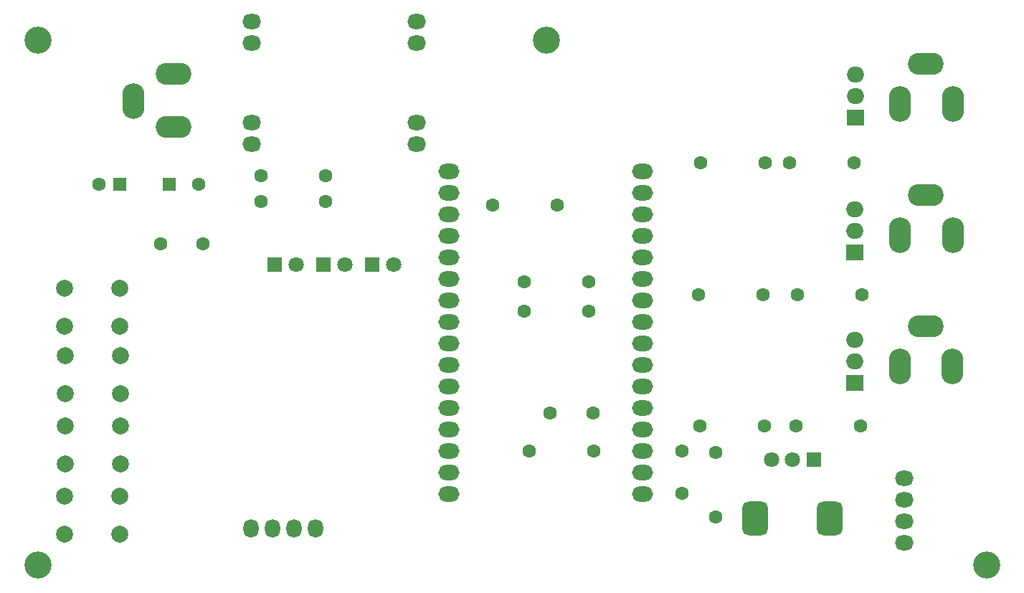
<source format=gbr>
%TF.GenerationSoftware,KiCad,Pcbnew,9.0.6*%
%TF.CreationDate,2026-01-08T10:53:52+01:00*%
%TF.ProjectId,astro-control,61737472-6f2d-4636-9f6e-74726f6c2e6b,rev?*%
%TF.SameCoordinates,Original*%
%TF.FileFunction,Soldermask,Bot*%
%TF.FilePolarity,Negative*%
%FSLAX46Y46*%
G04 Gerber Fmt 4.6, Leading zero omitted, Abs format (unit mm)*
G04 Created by KiCad (PCBNEW 9.0.6) date 2026-01-08 10:53:52*
%MOMM*%
%LPD*%
G01*
G04 APERTURE LIST*
G04 Aperture macros list*
%AMRoundRect*
0 Rectangle with rounded corners*
0 $1 Rounding radius*
0 $2 $3 $4 $5 $6 $7 $8 $9 X,Y pos of 4 corners*
0 Add a 4 corners polygon primitive as box body*
4,1,4,$2,$3,$4,$5,$6,$7,$8,$9,$2,$3,0*
0 Add four circle primitives for the rounded corners*
1,1,$1+$1,$2,$3*
1,1,$1+$1,$4,$5*
1,1,$1+$1,$6,$7*
1,1,$1+$1,$8,$9*
0 Add four rect primitives between the rounded corners*
20,1,$1+$1,$2,$3,$4,$5,0*
20,1,$1+$1,$4,$5,$6,$7,0*
20,1,$1+$1,$6,$7,$8,$9,0*
20,1,$1+$1,$8,$9,$2,$3,0*%
G04 Aperture macros list end*
%ADD10O,2.600000X4.200000*%
%ADD11O,4.200000X2.600000*%
%ADD12C,2.000000*%
%ADD13O,2.200000X1.800000*%
%ADD14O,1.800000X2.200000*%
%ADD15C,3.200000*%
%ADD16R,2.000000X1.905000*%
%ADD17O,2.000000X1.905000*%
%ADD18R,1.800000X1.800000*%
%ADD19C,1.800000*%
%ADD20O,2.500000X1.800000*%
%ADD21C,1.600000*%
%ADD22RoundRect,0.750000X-0.750000X1.250000X-0.750000X-1.250000X0.750000X-1.250000X0.750000X1.250000X0*%
%ADD23RoundRect,0.250000X-0.550000X-0.550000X0.550000X-0.550000X0.550000X0.550000X-0.550000X0.550000X0*%
%ADD24RoundRect,0.250000X0.550000X0.550000X-0.550000X0.550000X-0.550000X-0.550000X0.550000X-0.550000X0*%
G04 APERTURE END LIST*
D10*
%TO.C,J2*%
X187787500Y-92500000D03*
X193987500Y-92500000D03*
D11*
X190787500Y-87800000D03*
%TD*%
D10*
%TO.C,J3*%
X187800000Y-77000000D03*
X194000000Y-77000000D03*
D11*
X190800000Y-72300000D03*
%TD*%
%TO.C,J1*%
X102000000Y-64200000D03*
X102000000Y-58000000D03*
D10*
X97300000Y-61200000D03*
%TD*%
%TO.C,J4*%
X187800000Y-61500000D03*
X194000000Y-61500000D03*
D11*
X190800000Y-56800000D03*
%TD*%
D12*
%TO.C,SW4*%
X89180000Y-83250000D03*
X95680000Y-83250000D03*
X89180000Y-87750000D03*
X95680000Y-87750000D03*
%TD*%
D13*
%TO.C,U3*%
X188270000Y-105690000D03*
X188270000Y-108230000D03*
X188270000Y-110770000D03*
X188270000Y-113310000D03*
%TD*%
D12*
%TO.C,SW3*%
X89250000Y-91250000D03*
X95750000Y-91250000D03*
X89250000Y-95750000D03*
X95750000Y-95750000D03*
%TD*%
D14*
%TO.C,U4*%
X111190000Y-111630000D03*
X113730000Y-111630000D03*
X116270000Y-111630000D03*
X118810000Y-111630000D03*
%TD*%
D15*
%TO.C,REF\u002A\u002A*%
X146000000Y-54000000D03*
%TD*%
D16*
%TO.C,Q2*%
X182462500Y-79010000D03*
D17*
X182462500Y-76470000D03*
X182462500Y-73930000D03*
%TD*%
D18*
%TO.C,D3*%
X113960000Y-80500000D03*
D19*
X116500000Y-80500000D03*
%TD*%
D15*
%TO.C,REF\u002A\u002A*%
X86000000Y-54000000D03*
%TD*%
D20*
%TO.C,U2*%
X157360000Y-107600000D03*
X157360000Y-105060000D03*
X157360000Y-102520000D03*
X157360000Y-99980000D03*
X157360000Y-97440000D03*
X157360000Y-94900000D03*
X157360000Y-92360000D03*
X157360000Y-89820000D03*
X157360000Y-87280000D03*
X157360000Y-84740000D03*
X157360000Y-82200000D03*
X157360000Y-79660000D03*
X157360000Y-77120000D03*
X157360000Y-74580000D03*
X157360000Y-72040000D03*
X157360000Y-69500000D03*
X134500000Y-107600000D03*
X134500000Y-105060000D03*
X134500000Y-102520000D03*
X134500000Y-99980000D03*
X134500000Y-97440000D03*
X134500000Y-94900000D03*
X134500000Y-92360000D03*
X134500000Y-89820000D03*
X134500000Y-87280000D03*
X134500000Y-84740000D03*
X134500000Y-82200000D03*
X134500000Y-79660000D03*
X134500000Y-77120000D03*
X134500000Y-74580000D03*
X134500000Y-72040000D03*
X134500000Y-69500000D03*
%TD*%
D18*
%TO.C,D1*%
X125460000Y-80500000D03*
D19*
X128000000Y-80500000D03*
%TD*%
D13*
%TO.C,U1*%
X130730000Y-51770000D03*
X130730000Y-54310000D03*
X130730000Y-66230000D03*
X130730000Y-63690000D03*
X111270000Y-51770000D03*
X111270000Y-54310000D03*
X111270000Y-66230000D03*
X111270000Y-63690000D03*
%TD*%
D21*
%TO.C,C5*%
X162000000Y-107500000D03*
X162000000Y-102500000D03*
%TD*%
%TO.C,C4*%
X146500000Y-98000000D03*
X151500000Y-98000000D03*
%TD*%
%TO.C,R4*%
X166000000Y-102690000D03*
X166000000Y-110310000D03*
%TD*%
%TO.C,R13*%
X183272500Y-84010000D03*
X175652500Y-84010000D03*
%TD*%
%TO.C,C3*%
X100500000Y-78000000D03*
X105500000Y-78000000D03*
%TD*%
D12*
%TO.C,SW1*%
X89180000Y-107850000D03*
X95680000Y-107850000D03*
X89180000Y-112350000D03*
X95680000Y-112350000D03*
%TD*%
D18*
%TO.C,RV1*%
X177600000Y-103500000D03*
D19*
X175100000Y-103500000D03*
X172600000Y-103500000D03*
D22*
X179500000Y-110500000D03*
X170700000Y-110500000D03*
%TD*%
D21*
%TO.C,R22*%
X151000000Y-82500000D03*
X143380000Y-82500000D03*
%TD*%
D16*
%TO.C,Q1*%
X182450000Y-94460000D03*
D17*
X182450000Y-91920000D03*
X182450000Y-89380000D03*
%TD*%
D21*
%TO.C,R18*%
X182322500Y-68500000D03*
X174702500Y-68500000D03*
%TD*%
%TO.C,R2*%
X120000000Y-70000000D03*
X112380000Y-70000000D03*
%TD*%
D15*
%TO.C,REF\u002A\u002A*%
X86000000Y-116000000D03*
%TD*%
D16*
%TO.C,Q3*%
X182512500Y-63100000D03*
D17*
X182512500Y-60560000D03*
X182512500Y-58020000D03*
%TD*%
D15*
%TO.C,REF\u002A\u002A*%
X198000000Y-116000000D03*
%TD*%
D21*
%TO.C,R14*%
X171632500Y-84010000D03*
X164012500Y-84010000D03*
%TD*%
%TO.C,R3*%
X144000000Y-102500000D03*
X151620000Y-102500000D03*
%TD*%
%TO.C,R20*%
X147310000Y-73500000D03*
X139690000Y-73500000D03*
%TD*%
D23*
%TO.C,C1*%
X101500000Y-70987500D03*
D21*
X105000000Y-70987500D03*
%TD*%
D24*
%TO.C,C2*%
X95696369Y-71000000D03*
D21*
X93196369Y-71000000D03*
%TD*%
%TO.C,R5*%
X171810000Y-99500000D03*
X164190000Y-99500000D03*
%TD*%
D18*
%TO.C,D2*%
X119730000Y-80500000D03*
D19*
X122270000Y-80500000D03*
%TD*%
D21*
%TO.C,R1*%
X112380000Y-73000000D03*
X120000000Y-73000000D03*
%TD*%
%TO.C,R6*%
X183120000Y-99500000D03*
X175500000Y-99500000D03*
%TD*%
%TO.C,R21*%
X151000000Y-86000000D03*
X143380000Y-86000000D03*
%TD*%
D12*
%TO.C,SW2*%
X89250000Y-99500000D03*
X95750000Y-99500000D03*
X89250000Y-104000000D03*
X95750000Y-104000000D03*
%TD*%
D21*
%TO.C,R19*%
X171822500Y-68500000D03*
X164202500Y-68500000D03*
%TD*%
M02*

</source>
